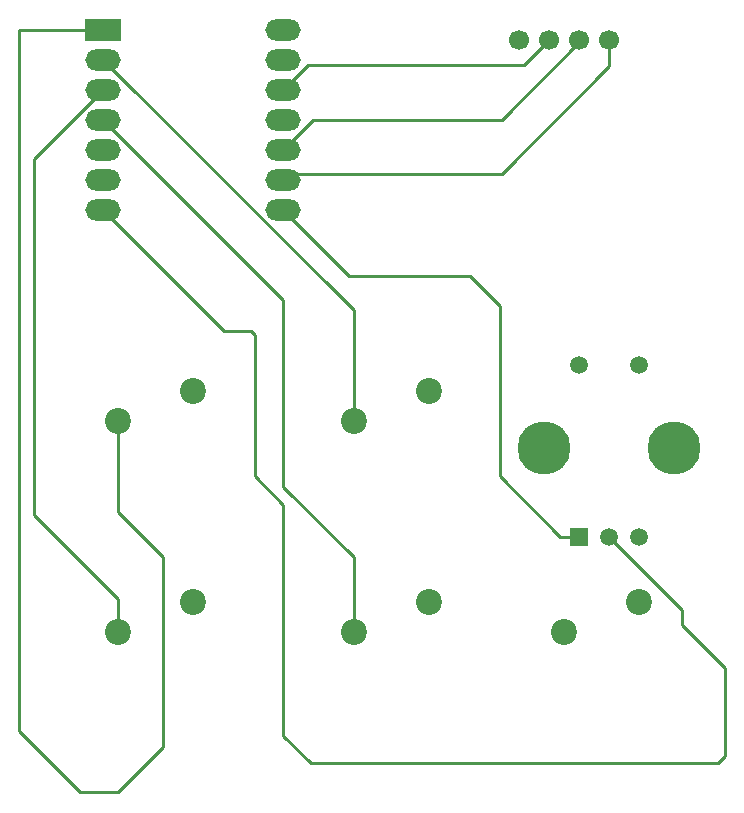
<source format=gbr>
%TF.GenerationSoftware,Flux,Pcbnew,7.0.11-7.0.11~ubuntu20.04.1*%
%TF.CreationDate,2024-10-19T07:10:41+00:00*%
%TF.ProjectId,input,696e7075-742e-46b6-9963-61645f706362,rev?*%
%TF.SameCoordinates,Original*%
%TF.FileFunction,Copper,L4,Bot*%
%TF.FilePolarity,Positive*%
%FSLAX46Y46*%
G04 Gerber Fmt 4.6, Leading zero omitted, Abs format (unit mm)*
G04 Filename: hackpad*
G04 Build it with Flux! Visit our site at: https://www.flux.ai (PCBNEW 7.0.11-7.0.11~ubuntu20.04.1) date 2024-10-19 07:10:41*
%MOMM*%
%LPD*%
G01*
G04 APERTURE LIST*
G04 Aperture macros list*
%AMFreePoly0*
4,1,5,1.500000,-0.900000,-1.500000,-0.900000,-1.500000,0.900000,1.500000,0.900000,1.500000,-0.900000,1.500000,-0.900000,$1*%
%AMFreePoly1*
4,1,5,0.750000,-0.750000,-0.750000,-0.750000,-0.750000,0.750000,0.750000,0.750000,0.750000,-0.750000,0.750000,-0.750000,$1*%
G04 Aperture macros list end*
%TA.AperFunction,ComponentPad*%
%ADD10C,2.200000*%
%TD*%
%TA.AperFunction,ComponentPad*%
%ADD11O,3.000000X1.800000*%
%TD*%
%TA.AperFunction,ComponentPad*%
%ADD12FreePoly0,0.000000*%
%TD*%
%TA.AperFunction,ComponentPad*%
%ADD13C,1.700000*%
%TD*%
%TA.AperFunction,ComponentPad*%
%ADD14C,4.500000*%
%TD*%
%TA.AperFunction,ComponentPad*%
%ADD15C,1.500000*%
%TD*%
%TA.AperFunction,ComponentPad*%
%ADD16FreePoly1,0.000000*%
%TD*%
%TA.AperFunction,Conductor*%
%ADD17C,0.254000*%
%TD*%
G04 APERTURE END LIST*
D10*
%TO.P,,1*%
%TO.N,N/C*%
X2540000Y-17886200D03*
%TO.P,,2*%
X-3810000Y-20426200D03*
%TO.P,,1*%
X-17363600Y0D03*
%TO.P,,2*%
X-23713600Y-2540000D03*
%TO.P,,1*%
X20319800Y-17886200D03*
%TO.P,,2*%
X13969800Y-20426200D03*
D11*
%TO.P,,P29_A3_D3*%
X-24983600Y22921500D03*
%TO.P,,5V*%
X-9743600Y30541500D03*
%TO.P,,P6_SDA_D4*%
X-24983600Y20381500D03*
%TO.P,,D7_CSn_P1_RX*%
X-9743600Y15301500D03*
%TO.P,,D9_MISO_P4*%
X-9743600Y20381500D03*
%TO.P,,P28_A2_D2*%
X-24983600Y25461500D03*
%TO.P,,3V3*%
X-9743600Y25461500D03*
%TO.P,,D8_SCK_P2*%
X-9743600Y17841500D03*
%TO.P,,D10_MOSI_P3*%
X-9743600Y22921500D03*
%TO.P,,P27_A1_D1*%
X-24983600Y28001500D03*
D12*
%TO.P,,P26_A0_D0*%
X-24983600Y30541500D03*
D11*
%TO.P,,P0_TX_D6*%
X-24983600Y15301500D03*
%TO.P,,P7_SCL_D5*%
X-24983600Y17841500D03*
%TO.P,,GND*%
X-9743600Y28001500D03*
D10*
%TO.P,,1*%
X-17363600Y-17886200D03*
%TO.P,,2*%
X-23713600Y-20426200D03*
D13*
%TO.P,,VDD*%
X12780000Y29741600D03*
%TO.P,,GND*%
X10240000Y29741600D03*
%TO.P,,SCK*%
X15320000Y29741600D03*
%TO.P,,SDA*%
X17860000Y29741600D03*
D14*
%TO.P,,MH2*%
X23320000Y-4830000D03*
D15*
%TO.P,,NO*%
X20320000Y2170000D03*
D16*
%TO.P,,CW*%
X15320000Y-12330000D03*
D14*
%TO.P,,MH1*%
X12320000Y-4830000D03*
D15*
%TO.P,,CCW*%
X20320000Y-12330000D03*
%TO.P,,WIPER*%
X17820000Y-12330000D03*
%TO.P,,COM*%
X15320000Y2170000D03*
D10*
%TO.P,,1*%
X2540000Y0D03*
%TO.P,,2*%
X-3810000Y-2540000D03*
%TD*%
D17*
%TO.N,Net 10*%
X12780000Y29741600D02*
X10604600Y27566200D01*
X-7639000Y27566100D02*
X-9743600Y25461500D01*
X10604600Y27566200D02*
X-7639000Y27566200D01*
%TO.N,Net 5*%
X-7410900Y-31543500D02*
X27037900Y-31543500D01*
X24005700Y-19792600D02*
X27639200Y-23426100D01*
X-14784200Y5102100D02*
X-24983600Y15301500D01*
X24005700Y-18515700D02*
X24005700Y-19792700D01*
X-7410900Y-31543500D02*
X-9743600Y-29210800D01*
X-12169100Y-7227700D02*
X-12169100Y4771100D01*
X-12500200Y5102100D02*
X-14784200Y5102100D01*
X27639200Y-30942200D02*
X27639200Y-23426100D01*
X-9743600Y-10264800D02*
X-9743600Y-9653200D01*
X27037900Y-31543500D02*
X27639200Y-30942200D01*
X-9743600Y-9653300D02*
X-12169200Y-7227700D01*
X-9743600Y-29210800D02*
X-9743600Y-10264800D01*
X-12169100Y4771100D02*
X-12500100Y5102100D01*
X17820000Y-12330000D02*
X24005600Y-18515600D01*
%TO.N,Net 9*%
X13692400Y-12330100D02*
X8590000Y-7227700D01*
X6089600Y9712100D02*
X-4154200Y9712100D01*
X8590000Y-7227700D02*
X8590000Y7211700D01*
X15319900Y-12330000D02*
X13692300Y-12330000D01*
X8590000Y7211700D02*
X6089600Y9712100D01*
X-4154200Y9712100D02*
X-9743600Y15301500D01*
%TO.N,Net 11*%
X8735400Y18371600D02*
X-9213400Y18371600D01*
X-9213400Y18371700D02*
X-9743600Y17841500D01*
X17860000Y27496200D02*
X8735400Y18371600D01*
X17860000Y29741600D02*
X17860000Y27496200D01*
%TO.N,Net 3*%
X-23713600Y-20426200D02*
X-23713600Y-17632600D01*
X-30828500Y19616600D02*
X-24983600Y25461500D01*
X-30828500Y19616600D02*
X-30828500Y-10517700D01*
X-23713600Y-17632600D02*
X-30828500Y-10517700D01*
%TO.N,Net 12*%
X8735400Y22921500D02*
X-7203600Y22921500D01*
X15320000Y29741600D02*
X15320000Y29506200D01*
X-7203600Y22921500D02*
X-9743600Y20381500D01*
X15320000Y29506100D02*
X8735400Y22921500D01*
%TO.N,Net 4*%
X-9743600Y-8106100D02*
X-9743600Y7681500D01*
X-3810000Y-20426200D02*
X-3810000Y-14039600D01*
X-3810000Y-14039700D02*
X-9743600Y-8106100D01*
X-9743600Y7681500D02*
X-24983600Y22921500D01*
%TO.N,Net 1*%
X-24983600Y30541400D02*
X-32113900Y30541400D01*
X-32113900Y-28824500D02*
X-32113900Y30541400D01*
X-23713600Y-2540100D02*
X-23713600Y-10229700D01*
X-19903600Y-14039700D02*
X-19903600Y-30161900D01*
X-26966500Y-33971900D02*
X-32113900Y-28824500D01*
X-23713600Y-33971900D02*
X-26966600Y-33971900D01*
X-23713600Y-10229700D02*
X-19903600Y-14039700D01*
X-19903600Y-30161900D02*
X-23713600Y-33971900D01*
%TO.N,Net 2*%
X-3810000Y6827900D02*
X-24983600Y28001500D01*
X-3810000Y-2540000D02*
X-3810000Y6828000D01*
%TD*%
M02*

</source>
